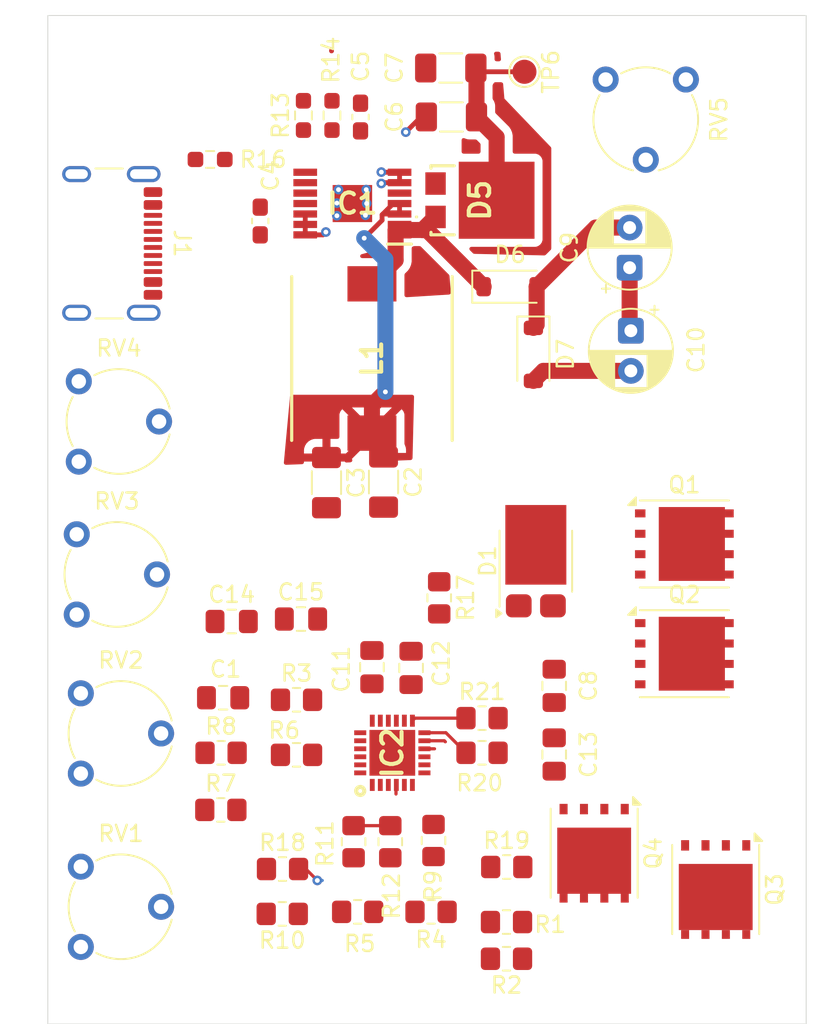
<source format=kicad_pcb>
(kicad_pcb (version 20241229) (generator "pcbnew") (generator_version "9.0")
  (layers (0 "F.Cu" signal) (4 "In1.Cu" power) (6 "In2.Cu" power) (2 "B.Cu" signal) (13 "F.Paste" user) (15 "B.Paste" user) (5 "F.SilkS" user "F.Silkscreen") (7 "B.SilkS" user "B.Silkscreen") (1 "F.Mask" user) (3 "B.Mask" user) (25 "Edge.Cuts" user))
  (net 0 "")
  (net 1 "GND")
  (net 2 "Net-(IC2-VBUS_IN)")
  (net 3 "5 V")
  (net 4 "Net-(IC1-SS)")
  (net 5 "Net-(C5-Pad1)")
  (net 6 "25V")
  (net 7 "Net-(Q1-G)")
  (net 8 "Net-(D6-A)")
  (net 9 "-25V")
  (net 10 "Net-(IC2-VCCD)")
  (net 11 "+3.3V")
  (net 12 "V_out")
  (net 13 "Net-(D1-K)")
  (net 16 "Net-(IC1-FREQ)")
  (net 17 "Net-(IC1-COMP)")
  (net 18 "Net-(IC1-FB)")
  (net 19 "SCL")
  (net 21 "SDA")
  (net 23 "Max")
  (net 24 "Net-(IC2-CC1)")
  (net 25 "Coarse")
  (net 27 "Net-(IC2-SAFE_PWR_EN)")
  (net 30 "Mini")
  (net 31 "Fine")
  (net 33 "Net-(IC2-FLIP)")
  (net 34 "Net-(IC2-CC2)")
  (net 35 "Net-(IC2-VBUS_FET_EN)")
  (net 36 "Net-(Q2-G)")
  (net 37 "Net-(Q2-S-Pad1)")
  (net 38 "Safe_PWR")
  (net 39 "Net-(IC2-FAULT)")
  (net 40 "Net-(D5-A_1)")
  (net 41 "Net-(D2-K)")
  (footprint "Resistor_SMD:R_0805_2012Metric_Pad1.20x1.40mm_HandSolder" (layer "F.Cu") (at 149.86 76.327)
    (property "Reference" "R21" (at 0 -1.65 0) (layer "F.SilkS"))
    (property "Value" "2k2")
    (pad "1" smd roundrect (at -1 0) (size 1.2 1.4) (layers "F.Cu" "F.Mask" "F.Paste") (roundrect_rratio 0.208333) (net 19 "SCL"))
    (pad "2" smd roundrect (at 1 0) (size 1.2 1.4) (layers "F.Cu" "F.Mask" "F.Paste") (roundrect_rratio 0.208333) (net 11 "+3.3V"))
  )
  (footprint "Resistor_SMD:R_0805_2012Metric_Pad1.20x1.40mm_HandSolder" (layer "F.Cu") (at 147.193 68.834 -90)
    (property "Reference" "R17" (at 0 -1.65 90) (layer "F.SilkS"))
    (property "Value" "50k")
    (pad "1" smd roundrect (at -1 0 270) (size 1.2 1.4) (layers "F.Cu" "F.Mask" "F.Paste") (roundrect_rratio 0.208333) (net 13 "Net-(D1-K)"))
    (pad "2" smd roundrect (at 1 0 270) (size 1.2 1.4) (layers "F.Cu" "F.Mask" "F.Paste") (roundrect_rratio 0.208333) (net 7 "Net-(Q1-G)"))
  )
  (footprint "Resistor_SMD:R_0805_2012Metric_Pad1.20x1.40mm_HandSolder" (layer "F.Cu") (at 133.604 78.486)
    (property "Reference" "R8" (at 0 -1.65 0) (layer "F.SilkS"))
    (property "Value" "1k")
    (pad "1" smd roundrect (at -1 0) (size 1.2 1.4) (layers "F.Cu" "F.Mask" "F.Paste") (roundrect_rratio 0.208333) (net 1 "GND"))
    (pad "2" smd roundrect (at 1 0) (size 1.2 1.4) (layers "F.Cu" "F.Mask" "F.Paste") (roundrect_rratio 0.208333) (net 30 "Mini"))
  )
  (footprint "Amjad_lib:SOP65P640X120-15N" (layer "F.Cu") (at 141.78385 44.2758 180)
    (property "Reference" "IC1" (at 0 0 0) (layer "F.SilkS") (effects (font (size 1.27 1.27) (thickness 0.254))))
    (property "Value" "TPS61175QPWPRQ1" (hide yes))
    (pad "1" smd rect (at -2.938 -1.95 270) (size 0.45 1.475) (layers "F.Cu" "F.Mask" "F.Paste") (net 40 "Net-(D5-A_1)"))
    (pad "2" smd rect (at -2.938 -1.3 270) (size 0.45 1.475) (layers "F.Cu" "F.Mask" "F.Paste") (net 40 "Net-(D5-A_1)"))
    (pad "3" smd rect (at -2.938 -0.65 270) (size 0.45 1.475) (layers "F.Cu" "F.Mask" "F.Paste") (net 3 "5 V"))
    (pad "4" smd rect (at -2.938 0 270) (size 0.45 1.475) (layers "F.Cu" "F.Mask" "F.Paste") (net 3 "5 V"))
    (pad "5" smd rect (at -2.938 0.65 270) (size 0.45 1.475) (layers "F.Cu" "F.Mask" "F.Paste") (net 4 "Net-(IC1-SS)"))
    (pad "6" smd rect (at -2.938 1.3 270) (size 0.45 1.475) (layers "F.Cu" "F.Mask" "F.Paste") (net 1 "GND"))
    (pad "7" smd rect (at -2.938 1.95 270) (size 0.45 1.475) (layers "F.Cu" "F.Mask" "F.Paste") (net 1 "GND"))
    (pad "8" smd rect (at 2.938 1.95 270) (size 0.45 1.475) (layers "F.Cu" "F.Mask" "F.Paste") (net 17 "Net-(IC1-COMP)"))
    (pad "9" smd rect (at 2.938 1.3 270) (size 0.45 1.475) (layers "F.Cu" "F.Mask" "F.Paste") (net 18 "Net-(IC1-FB)"))
    (pad "10" smd rect (at 2.938 0.65 270) (size 0.45 1.475) (layers "F.Cu" "F.Mask" "F.Paste") (net 16 "Net-(IC1-FREQ)"))
    (pad "11" smd rect (at 2.938 0 270) (size 0.45 1.475) (layers "F.Cu" "F.Mask" "F.Paste"))
    (pad "12" smd rect (at 2.938 -0.65 270) (size 0.45 1.475) (layers "F.Cu" "F.Mask" "F.Paste") (net 1 "GND"))
    (pad "13" smd rect (at 2.938 -1.3 270) (size 0.45 1.475) (layers "F.Cu" "F.Mask" "F.Paste") (net 1 "GND"))
    (pad "14" smd rect (at 2.938 -1.95 270) (size 0.45 1.475) (layers "F.Cu" "F.Mask" "F.Paste") (net 1 "GND"))
    (pad "15" smd rect (at 0 0 270) (size 2.31 2.46) (layers "F.Cu" "F.Mask" "F.Paste") (net 1 "GND"))
  )
  (footprint "Resistor_SMD:R_0805_2012Metric_Pad1.20x1.40mm_HandSolder" (layer "F.Cu") (at 151.4 85.598)
    (property "Reference" "R19" (at 0 -1.65 0) (layer "F.SilkS"))
    (property "Value" "1k")
    (pad "1" smd roundrect (at -1 0) (size 1.2 1.4) (layers "F.Cu" "F.Mask" "F.Paste") (roundrect_rratio 0.208333) (net 39 "Net-(IC2-FAULT)"))
    (pad "2" smd roundrect (at 1 0) (size 1.2 1.4) (layers "F.Cu" "F.Mask" "F.Paste") (roundrect_rratio 0.208333) (net 41 "Net-(D2-K)"))
  )
  (footprint "Amjad_lib:INDPM102100X510N_Spule" (layer "F.Cu") (at 143.002 53.926 90)
    (property "Reference" "L1" (at 0 0 90) (layer "F.SilkS") (effects (font (size 1.27 1.27) (thickness 0.254))))
    (property "Value" "CDRH105RNP-220NC" (hide yes))
    (pad "1" smd rect (at -4.65 0 90) (size 2.2 3.05) (layers "F.Cu" "F.Mask" "F.Paste") (net 3 "5 V"))
    (pad "2" smd rect (at 4.65 0 90) (size 2.2 3.05) (layers "F.Cu" "F.Mask" "F.Paste") (net 40 "Net-(D5-A_1)"))
  )
  (footprint "Capacitor_THT:CP_Radial_D5.0mm_P2.50mm" (layer "F.Cu") (at 159.131 52.197 -90)
    (property "Reference" "C10" (at 1.1938 -4.064 90) (layer "F.SilkS"))
    (property "Value" "100n")
    (pad "1" thru_hole roundrect (at 0 0 270) (size 1.6 1.6) (drill 0.8) (layers "*.Cu" "*.Mask") (roundrect_rratio 0.15625) (net 40 "Net-(D5-A_1)"))
    (pad "2" thru_hole circle (at 2.5 0 270) (size 1.6 1.6) (drill 0.8) (layers "*.Cu" "*.Mask") (net 9 "-25V"))
  )
  (footprint "Potentiometer_THT:Potentiometer_Piher_PT-6-V_Vertical" (layer "F.Cu") (at 124.7394 60.3504)
    (property "Reference" "RV4" (at 2.5 -7.06 0) (layer "F.SilkS"))
    (property "Value" "R_Potentiometer")
    (pad "1" thru_hole circle (at 0 0) (size 1.62 1.62) (drill 0.9) (layers "*.Cu" "*.Mask") (net 11 "+3.3V"))
    (pad "2" thru_hole circle (at 5 -2.5) (size 1.62 1.62) (drill 0.9) (layers "*.Cu" "*.Mask") (net 30 "Mini"))
    (pad "3" thru_hole circle (at 0 -5) (size 1.62 1.62) (drill 0.9) (layers "*.Cu" "*.Mask") (net 1 "GND"))
  )
  (footprint "TestPoint:TestPoint_Pad_D1.5mm" (layer "F.Cu") (at 152.5016 36.068 -90)
    (property "Reference" "TP6" (at 0 -1.648 90) (layer "F.SilkS"))
    (property "Value" "TestPoint")
    (pad "1" smd circle (at 0 0 270) (size 1.5 1.5) (layers "F.Cu" "F.Mask") (net 6 "25V"))
  )
  (footprint "Resistor_SMD:R_0603_1608Metric_Pad0.98x0.95mm_HandSolder" (layer "F.Cu") (at 140.5128 38.788 90)
    (property "Reference" "R14" (at 3.4525 -0.06 90) (layer "F.SilkS"))
    (property "Value" "1k")
    (pad "1" smd roundrect (at -0.9125 0 90) (size 0.975 0.95) (layers "F.Cu" "F.Mask" "F.Paste") (net 17 "Net-(IC1-COMP)"))
    (pad "2" smd roundrect (at 0.9125 0 90) (size 0.975 0.95) (layers "F.Cu" "F.Mask" "F.Paste") (net 5 "Net-(C5-Pad1)"))
  )
  (footprint "Package_TO_SOT_SMD:Nexperia_CFP15_SOT-1289" (layer "F.Cu") (at 153.2128 66.552 90)
    (property "Reference" "D1" (at 0 -3 90) (layer "F.SilkS"))
    (property "Value" "PMEG030V050EPD")
    (pad "1" smd roundrect (at -2.78 -1.065 270) (size 1.44 1.6) (layers "F.Cu" "F.Mask" "F.Paste") (net 7 "Net-(Q1-G)"))
    (pad "2" smd roundrect (at -2.78 1.065 270) (size 1.44 1.6) (layers "F.Cu" "F.Mask" "F.Paste") (net 7 "Net-(Q1-G)"))
    (pad "3" smd rect (at 1.02 0 270) (size 4.96 3.8) (layers "F.Cu" "F.Mask") (net 13 "Net-(D1-K)"))
  )
  (footprint "Resistor_SMD:R_0805_2012Metric_Pad1.20x1.40mm_HandSolder" (layer "F.Cu") (at 141.859 84.0232 -90)
    (property "Reference" "R11" (at 0.127 1.778 90) (layer "F.SilkS"))
    (property "Value" "1k")
    (pad "1" smd roundrect (at -1 0 270) (size 1.2 1.4) (layers "F.Cu" "F.Mask" "F.Paste") (roundrect_rratio 0.208333) (net 23 "Max"))
    (pad "2" smd roundrect (at 1 0 270) (size 1.2 1.4) (layers "F.Cu" "F.Mask" "F.Paste") (roundrect_rratio 0.208333) (net 11 "+3.3V"))
  )
  (footprint "Resistor_SMD:R_0805_2012Metric_Pad1.20x1.40mm_HandSolder" (layer "F.Cu") (at 138.303 78.613)
    (property "Reference" "R6" (at -0.762 -1.524 0) (layer "F.SilkS"))
    (property "Value" "1k")
    (pad "1" smd roundrect (at -1 0) (size 1.2 1.4) (layers "F.Cu" "F.Mask" "F.Paste") (roundrect_rratio 0.208333) (net 7 "Net-(Q1-G)"))
    (pad "2" smd roundrect (at 1 0) (size 1.2 1.4) (layers "F.Cu" "F.Mask" "F.Paste") (roundrect_rratio 0.208333) (net 35 "Net-(IC2-VBUS_FET_EN)"))
  )
  (footprint "Resistor_SMD:R_0603_1608Metric_Pad0.98x0.95mm_HandSolder" (layer "F.Cu") (at 132.9201 41.529)
    (property "Reference" "R16" (at 3.302 0 0) (layer "F.SilkS"))
    (property "Value" "10K")
    (pad "1" smd roundrect (at -0.9125 0) (size 0.975 0.95) (layers "F.Cu" "F.Mask" "F.Paste") (net 18 "Net-(IC1-FB)"))
    (pad "2" smd roundrect (at 0.9125 0) (size 0.975 0.95) (layers "F.Cu" "F.Mask" "F.Paste") (net 1 "GND"))
  )
  (footprint "Capacitor_SMD:C_1206_3216Metric_Pad1.33x1.80mm_HandSolder" (layer "F.Cu") (at 140.168448 61.658633 -90)
    (property "Reference" "C3" (at 0 -1.85 90) (layer "F.SilkS"))
    (property "Value" "4u7")
    (pad "1" smd roundrect (at -1.5625 0 270) (size 1.325 1.8) (layers "F.Cu" "F.Mask" "F.Paste") (roundrect_rratio 0.188679) (net 3 "5 V"))
    (pad "2" smd roundrect (at 1.5625 0 270) (size 1.325 1.8) (layers "F.Cu" "F.Mask" "F.Paste") (roundrect_rratio 0.188679) (net 1 "GND"))
  )
  (footprint "Capacitor_SMD:C_0805_2012Metric_Pad1.18x1.45mm_HandSolder" (layer "F.Cu") (at 145.4404 73.1989 90)
    (property "Reference" "C12" (at 0.2755 1.8796 90) (layer "F.SilkS"))
    (property "Value" "1u")
    (pad "1" smd roundrect (at -1.0375 0 90) (size 1.175 1.45) (layers "F.Cu" "F.Mask" "F.Paste") (roundrect_rratio 0.212766) (net 11 "+3.3V"))
    (pad "2" smd roundrect (at 1.0375 0 90) (size 1.175 1.45) (layers "F.Cu" "F.Mask" "F.Paste") (roundrect_rratio 0.212766) (net 1 "GND"))
  )
  (footprint "Resistor_SMD:R_0805_2012Metric_Pad1.20x1.40mm_HandSolder" (layer "F.Cu") (at 142.113 88.392)
    (property "Reference" "R5" (at 0.127 1.9812 0) (layer "F.SilkS"))
    (property "Value" "1k")
    (pad "1" smd roundrect (at -1 0) (size 1.2 1.4) (layers "F.Cu" "F.Mask" "F.Paste") (roundrect_rratio 0.208333) (net 1 "GND"))
    (pad "2" smd roundrect (at 1 0) (size 1.2 1.4) (layers "F.Cu" "F.Mask" "F.Paste") (roundrect_rratio 0.208333) (net 31 "Fine"))
  )
  (footprint "Capacitor_SMD:C_0805_2012Metric_Pad1.18x1.45mm_HandSolder" (layer "F.Cu") (at 138.5824 70.1548)
    (property "Reference" "C15" (at 0 -1.68 0) (layer "F.SilkS"))
    (property "Value" "0.1u")
    (pad "1" smd roundrect (at -1.0375 0) (size 1.175 1.45) (layers "F.Cu" "F.Mask" "F.Paste") (roundrect_rratio 0.212766) (net 11 "+3.3V"))
    (pad "2" smd roundrect (at 1.0375 0) (size 1.175 1.45) (layers "F.Cu" "F.Mask" "F.Paste") (roundrect_rratio 0.212766) (net 1 "GND"))
  )
  (footprint "Package_DFN_QFN:AO_DFN-8-1EP_5.55x5.2mm_P1.27mm_EP4.12x4.6mm" (layer "F.Cu") (at 162.4652 65.4788)
    (property "Reference" "Q1" (at 0 -3.68 0) (layer "F.SilkS"))
    (property "Value" "AON6411")
    (pad "1" smd rect (at -2.75 -1.905 270) (size 0.5 0.65) (layers "F.Cu" "F.Mask" "F.Paste") (net 13 "Net-(D1-K)"))
    (pad "2" smd rect (at -2.75 -0.635 270) (size 0.5 0.65) (layers "F.Cu" "F.Mask" "F.Paste") (net 13 "Net-(D1-K)"))
    (pad "3" smd rect (at -2.75 0.635 270) (size 0.5 0.65) (layers "F.Cu" "F.Mask" "F.Paste") (net 13 "Net-(D1-K)"))
    (pad "4" smd rect (at -2.75 1.905 270) (size 0.5 0.65) (layers "F.Cu" "F.Mask" "F.Paste") (net 7 "Net-(Q1-G)"))
    (pad "5" smd rect (at 0.465 0 270) (size 4.6 4.12) (layers "F.Cu" "F.Mask") (net 2 "Net-(IC2-VBUS_IN)"))
    (pad "5" smd rect (at 2.8 -1.905 270) (size 0.5 0.55) (layers "F.Cu" "F.Mask" "F.Paste") (net 2 "Net-(IC2-VBUS_IN)"))
    (pad "5" smd rect (at 2.8 -0.635 270) (size 0.5 0.55) (layers "F.Cu" "F.Mask" "F.Paste") (net 2 "Net-(IC2-VBUS_IN)"))
    (pad "5" smd rect (at 2.8 0.635 270) (size 0.5 0.55) (layers "F.Cu" "F.Mask" "F.Paste") (net 2 "Net-(IC2-VBUS_IN)"))
    (pad "5" smd rect (at 2.8 1.905 270) (size 0.5 0.55) (layers "F.Cu" "F.Mask" "F.Paste") (net 2 "Net-(IC2-VBUS_IN)"))
  )
  (footprint "Capacitor_SMD:C_1206_3216Metric_Pad1.33x1.80mm_HandSolder" (layer "F.Cu") (at 147.9139 35.8339 180)
    (property "Reference" "C7" (at 3.5175 0 90) (layer "F.SilkS"))
    (property "Value" "4u7")
    (pad "1" smd roundrect (at -1.5625 0 180) (size 1.325 1.8) (layers "F.Cu" "F.Mask" "F.Paste") (roundrect_rratio 0.188679) (net 6 "25V"))
    (pad "2" smd roundrect (at 1.5625 0 180) (size 1.325 1.8) (layers "F.Cu" "F.Mask" "F.Paste") (roundrect_rratio 0.188679) (net 1 "GND"))
  )
  (footprint "Resistor_SMD:R_0805_2012Metric_Pad1.20x1.40mm_HandSolder" (layer "F.Cu") (at 151.384 89.027)
    (property "Reference" "R1" (at 2.7178 0.1524 0) (layer "F.SilkS"))
    (property "Value" "1k")
    (pad "1" smd roundrect (at -1 0) (size 1.2 1.4) (layers "F.Cu" "F.Mask" "F.Paste") (roundrect_rratio 0.208333) (net 25 "Coarse"))
    (pad "2" smd roundrect (at 1 0) (size 1.2 1.4) (layers "F.Cu" "F.Mask" "F.Paste") (roundrect_rratio 0.208333) (net 11 "+3.3V"))
  )
  (footprint "Package_DFN_QFN:AO_DFN-8-1EP_5.55x5.2mm_P1.27mm_EP4.12x4.6mm" (layer "F.Cu") (at 156.845 84.7412 -90)
    (property "Reference" "Q4" (at 0 -3.68 90) (layer "F.SilkS"))
    (property "Value" "AON6411")
    (pad "1" smd rect (at -2.75 -1.905 180) (size 0.5 0.65) (layers "F.Cu" "F.Mask" "F.Paste") (net 13 "Net-(D1-K)"))
    (pad "2" smd rect (at -2.75 -0.635 180) (size 0.5 0.65) (layers "F.Cu" "F.Mask" "F.Paste") (net 13 "Net-(D1-K)"))
    (pad "3" smd rect (at -2.75 0.635 180) (size 0.5 0.65) (layers "F.Cu" "F.Mask" "F.Paste") (net 13 "Net-(D1-K)"))
    (pad "4" smd rect (at -2.75 1.905 180) (size 0.5 0.65) (layers "F.Cu" "F.Mask" "F.Paste") (net 7 "Net-(Q1-G)"))
    (pad "5" smd rect (at 0.465 0 180) (size 4.6 4.12) (layers "F.Cu" "F.Mask") (net 12 "V_out"))
    (pad "5" smd rect (at 2.8 -1.905 180) (size 0.5 0.55) (layers "F.Cu" "F.Mask" "F.Paste") (net 12 "V_out"))
    (pad "5" smd rect (at 2.8 -0.635 180) (size 0.5 0.55) (layers "F.Cu" "F.Mask" "F.Paste") (net 12 "V_out"))
    (pad "5" smd rect (at 2.8 0.635 180) (size 0.5 0.55) (layers "F.Cu" "F.Mask" "F.Paste") (net 12 "V_out"))
    (pad "5" smd rect (at 2.8 1.905 180) (size 0.5 0.55) (layers "F.Cu" "F.Mask" "F.Paste") (net 12 "V_out"))
  )
  (footprint "Resistor_SMD:R_0805_2012Metric_Pad1.20x1.40mm_HandSolder" (layer "F.Cu") (at 137.43 85.725)
    (property "Reference" "R18" (at 0 -1.65 0) (layer "F.SilkS"))
    (property "Value" "1k")
    (pad "1" smd roundrect (at -1 0) (size 1.2 1.4) (layers "F.Cu" "F.Mask" "F.Paste") (roundrect_rratio 0.208333) (net 36 "Net-(Q2-G)"))
    (pad "2" smd roundrect (at 1 0) (size 1.2 1.4) (layers "F.Cu" "F.Mask" "F.Paste") (roundrect_rratio 0.208333) (net 27 "Net-(IC2-SAFE_PWR_EN)"))
  )
  (footprint "Capacitor_SMD:C_0805_2012Metric_Pad1.18x1.45mm_HandSolder" (layer "F.Cu") (at 134.2644 70.3072)
    (property "Reference" "C14" (at 0 -1.68 0) (layer "F.SilkS"))
    (property "Value" "0.1u")
    (pad "1" smd roundrect (at -1.0375 0) (size 1.175 1.45) (layers "F.Cu" "F.Mask" "F.Paste") (roundrect_rratio 0.212766) (net 11 "+3.3V"))
    (pad "2" smd roundrect (at 1.0375 0) (size 1.175 1.45) (layers "F.Cu" "F.Mask" "F.Paste") (roundrect_rratio 0.212766) (net 1 "GND"))
  )
  (footprint "Capacitor_SMD:C_0805_2012Metric_Pad1.18x1.45mm_HandSolder" (layer "F.Cu") (at 154.3558 74.3165 -90)
    (property "Reference" "C8" (at 0 -2.1336 90) (layer "F.SilkS"))
    (property "Value" "1u")
    (pad "1" smd roundrect (at -1.0375 0 270) (size 1.175 1.45) (layers "F.Cu" "F.Mask" "F.Paste") (roundrect_rratio 0.212766) (net 2 "Net-(IC2-VBUS_IN)"))
    (pad "2" smd roundrect (at 1.0375 0 270) (size 1.175 1.45) (layers "F.Cu" "F.Mask" "F.Paste") (roundrect_rratio 0.212766) (net 7 "Net-(Q1-G)"))
  )
  (footprint "Capacitor_SMD:C_1206_3216Metric_Pad1.33x1.80mm_HandSolder" (layer "F.Cu") (at 143.724448 61.620133 -90)
    (property "Reference" "C2" (at 0 -1.85 90) (layer "F.SilkS"))
    (property "Value" "4u7")
    (pad "1" smd roundrect (at -1.5625 0 270) (size 1.325 1.8) (layers "F.Cu" "F.Mask" "F.Paste") (roundrect_rratio 0.188679) (net 3 "5 V"))
    (pad "2" smd roundrect (at 1.5625 0 270) (size 1.325 1.8) (layers "F.Cu" "F.Mask" "F.Paste") (roundrect_rratio 0.188679) (net 1 "GND"))
  )
  (footprint "Resistor_SMD:R_0805_2012Metric_Pad1.20x1.40mm_HandSolder" (layer "F.Cu") (at 151.384 91.313 180)
    (property "Reference" "R2" (at 0 -1.65 0) (layer "F.SilkS"))
    (property "Value" "1k")
    (pad "1" smd roundrect (at -1 0 180) (size 1.2 1.4) (layers "F.Cu" "F.Mask" "F.Paste") (roundrect_rratio 0.208333) (net 1 "GND"))
    (pad "2" smd roundrect (at 1 0 180) (size 1.2 1.4) (layers "F.Cu" "F.Mask" "F.Paste") (roundrect_rratio 0.208333) (net 25 "Coarse"))
  )
  (footprint "Resistor_SMD:R_0805_2012Metric_Pad1.20x1.40mm_HandSolder" (layer "F.Cu") (at 144.145 84.0232 90)
    (property "Reference" "R12" (at -3.3782 0.0762 90) (layer "F.SilkS"))
    (property "Value" "1k")
    (pad "1" smd roundrect (at -1 0 90) (size 1.2 1.4) (layers "F.Cu" "F.Mask" "F.Paste") (roundrect_rratio 0.208333) (net 1 "GND"))
    (pad "2" smd roundrect (at 1 0 90) (size 1.2 1.4) (layers "F.Cu" "F.Mask" "F.Paste") (roundrect_rratio 0.208333) (net 23 "Max"))
  )
  (footprint "Capacitor_THT:CP_Radial_D5.0mm_P2.50mm" (layer "F.Cu") (at 159.0548 48.271313 90)
    (property "Reference" "C9" (at 1.25 -3.75 90) (layer "F.SilkS"))
    (property "Value" "100n")
    (pad "1" thru_hole roundrect (at 0 0 90) (size 1.6 1.6) (drill 0.8) (layers "*.Cu" "*.Mask") (roundrect_rratio 0.15625) (net 40 "Net-(D5-A_1)"))
    (pad "2" thru_hole circle (at 2.5 0 90) (size 1.6 1.6) (drill 0.8) (layers "*.Cu" "*.Mask") (net 8 "Net-(D6-A)"))
  )
  (footprint "Capacitor_SMD:C_0603_1608Metric_Pad1.08x0.95mm_HandSolder" (layer "F.Cu") (at 136.0424 45.3633 90)
    (property "Reference" "C4" (at 2.8205 0.635 90) (layer "F.SilkS"))
    (property "Value" "100n")
    (pad "1" smd roundrect (at -0.8625 0 90) (size 1.075 0.95) (layers "F.Cu" "F.Mask" "F.Paste") (net 4 "Net-(IC1-SS)"))
    (pad "2" smd roundrect (at 0.8625 0 90) (size 1.075 0.95) (layers "F.Cu" "F.Mask" "F.Paste") (net 1 "GND"))
  )
  (footprint "Capacitor_SMD:C_1206_3216Metric_Pad1.33x1.80mm_HandSolder" (layer "F.Cu") (at 147.9524 38.8819 180)
    (property "Reference" "C6" (at 3.556 0 90) (layer "F.SilkS"))
    (property "Value" "4u7")
    (pad "1" smd roundrect (at -1.5625 0 180) (size 1.325 1.8) (layers "F.Cu" "F.Mask" "F.Paste") (roundrect_rratio 0.188679) (net 6 "25V"))
    (pad "2" smd roundrect (at 1.5625 0 180) (size 1.325 1.8) (layers "F.Cu" "F.Mask" "F.Paste") (roundrect_rratio 0.188679) (net 1 "GND"))
  )
  (footprint "Resistor_SMD:R_0805_2012Metric_Pad1.20x1.40mm_HandSolder" (layer "F.Cu") (at 149.86 78.486)
    (property "Reference" "R20" (at -0.1524 1.8796 0) (layer "F.SilkS"))
    (property "Value" "2k2")
    (pad "1" smd roundrect (at -1 0) (size 1.2 1.4) (layers "F.Cu" "F.Mask" "F.Paste") (roundrect_rratio 0.208333) (net 21 "SDA"))
    (pad "2" smd roundrect (at 1 0) (size 1.2 1.4) (layers "F.Cu" "F.Mask" "F.Paste") (roundrect_rratio 0.208333) (net 11 "+3.3V"))
  )
  (footprint "Capacitor_SMD:C_0603_1608Metric_Pad1.08x0.95mm_HandSolder" (layer "F.Cu") (at 142.2908 38.8885 -90)
    (property "Reference" "C5" (at -3.1485 0 90) (layer "F.SilkS"))
    (property "Value" "1n")
    (pad "1" smd roundrect (at -0.8625 0 270) (size 1.075 0.95) (layers "F.Cu" "F.Mask" "F.Paste") (net 5 "Net-(C5-Pad1)"))
    (pad "2" smd roundrect (at 0.8625 0 270) (size 1.075 0.95) (layers "F.Cu" "F.Mask" "F.Paste") (net 1 "GND"))
  )
  (footprint "Amjad_lib:CYPD3177-24LQXQT" (layer "F.Cu") (at 144.272 78.486 90)
    (property "Reference" "IC2" (at 0 0 90) (layer "F.SilkS") (effects (font (size 1.27 1.27) (thickness 0.254))))
    (property "Value" "CYPD3177-24LQXQT" (hide yes))
    (pad "1" smd rect (at -2 -1.25 180) (size 0.3 0.75) (layers "F.Cu" "F.Mask" "F.Paste") (net 30 "Mini"))
    (pad "2" smd rect (at -2 -0.75 180) (size 0.3 0.75) (layers "F.Cu" "F.Mask" "F.Paste") (net 23 "Max"))
    (pad "3" smd rect (at -2 -0.25 180) (size 0.3 0.75) (layers "F.Cu" "F.Mask" "F.Paste") (net 35 "Net-(IC2-VBUS_FET_EN)"))
    (pad "4" smd rect (at -2 0.25 180) (size 0.3 0.75) (layers "F.Cu" "F.Mask" "F.Paste") (net 27 "Net-(IC2-SAFE_PWR_EN)"))
    (pad "5" smd rect (at -2 0.75 180) (size 0.3 0.75) (layers "F.Cu" "F.Mask" "F.Paste") (net 25 "Coarse"))
    (pad "6" smd rect (at -2 1.25 180) (size 0.3 0.75) (layers "F.Cu" "F.Mask" "F.Paste") (net 31 "Fine"))
    (pad "7" smd rect (at -1.25 2 90) (size 0.3 0.75) (layers "F.Cu" "F.Mask" "F.Paste"))
    (pad "8" smd rect (at -0.75 2 90) (size 0.3 0.75) (layers "F.Cu" "F.Mask" "F.Paste"))
    (pad "9" smd rect (at -0.25 2 90) (size 0.3 0.75) (layers "F.Cu" "F.Mask" "F.Paste") (net 39 "Net-(IC2-FAULT)"))
    (pad "10" smd rect (at 0.25 2 90) (size 0.3 0.75) (layers "F.Cu" "F.Mask" "F.Paste") (net 33 "Net-(IC2-FLIP)"))
    (pad "11" smd rect (at 0.75 2 90) (size 0.3 0.75) (layers "F.Cu" "F.Mask" "F.Paste") (net 12 "V_out"))
    (pad "12" smd rect (at 1.25 2 90) (size 0.3 0.75) (layers "F.Cu" "F.Mask" "F.Paste") (net 21 "SDA"))
    (pad "13" smd rect (at 2 1.25 180) (size 0.3 0.75) (layers "F.Cu" "F.Mask" "F.Paste") (net 19 "SCL"))
    (pad "14" smd rect (at 2 0.75 180) (size 0.3 0.75) (layers "F.Cu" "F.Mask" "F.Paste") (net 34 "Net-(IC2-CC2)"))
    (pad "15" smd rect (at 2 0.25 180) (size 0.3 0.75) (layers "F.Cu" "F.Mask" "F.Paste") (net 24 "Net-(IC2-CC1)"))
    (pad "16" smd rect (at 2 -0.25 180) (size 0.3 0.75) (layers "F.Cu" "F.Mask" "F.Paste"))
    (pad "17" smd rect (at 2 -0.75 180) (size 0.3 0.75) (layers "F.Cu" "F.Mask" "F.Paste"))
    (pad "18" smd rect (at 2 -1.25 180) (size 0.3 0.75) (layers "F.Cu" "F.Mask" "F.Paste") (net 2 "Net-(IC2-VBUS_IN)"))
    (pad "19" smd rect (at 1.25 -2 90) (size 0.3 0.75) (layers "F.Cu" "F.Mask" "F.Paste") (net 1 "GND"))
    (pad "20" smd rect (at 0.75 -2 90) (size 0.3 0.75) (layers "F.Cu" "F.Mask" "F.Paste"))
    (pad "21" smd rect (at 0.25 -2 90) (size 0.3 0.75) (layers "F.Cu" "F.Mask" "F.Paste"))
    (pad "22" smd rect (at -0.25 -2 90) (size 0.3 0.75) (layers "F.Cu" "F.Mask" "F.Paste") (net 1 "GND"))
    (pad "23" smd rect (at -0.75 -2 90) (size 0.3 0.75) (layers "F.Cu" "F.Mask" "F.Paste") (net 11 "+3.3V"))
    (pad "24" smd rect (at -1.25 -2 90) (size 0.3 0.75) (layers "F.Cu" "F.Mask" "F.Paste") (net 10 "Net-(IC2-VCCD)"))
    (pad "25" smd rect (at 0 0 90) (size 2.85 2.85) (layers "F.Cu" "F.Mask" "F.Paste") (net 1 "GND"))
  )
  (footprint "Capacitor_SMD:C_0805_2012Metric_Pad1.18x1.45mm_HandSolder" (layer "F.Cu") (at 154.3558 78.5915 90)
    (property "Reference" "C13" (at 0 2.1336 90) (layer "F.SilkS"))
    (property "Value" "1u")
    (pad "1" smd roundrect (at -1.0375 0 90) (size 1.175 1.45) (layers "F.Cu" "F.Mask" "F.Paste") (roundrect_rratio 0.212766) (net 12 "V_out"))
    (pad "2" smd roundrect (at 1.0375 0 90) (size 1.175 1.45) (layers "F.Cu" "F.Mask" "F.Paste") (roundrect_rratio 0.212766) (net 7 "Net-(Q1-G)"))
  )
  (footprint "Resistor_SMD:R_0805_2012Metric_Pad1.20x1.40mm_HandSolder" (layer "F.Cu") (at 146.8374 83.947 90)
    (property "Reference" "R9" (at -2.8194 -0.0254 90) (layer "F.SilkS"))
    (property "Value" "4k7")
    (pad "1" smd roundrect (at -1 0 90) (size 1.2 1.4) (layers "F.Cu" "F.Mask" "F.Paste") (roundrect_rratio 0.208333) (net 11 "+3.3V"))
    (pad "2" smd roundrect (at 1 0 90) (size 1.2 1.4) (layers "F.Cu" "F.Mask" "F.Paste") (roundrect_rratio 0.208333) (net 33 "Net-(IC2-FLIP)"))
  )
  (footprint "Capacitor_SMD:C_0805_2012Metric_Pad1.18x1.45mm_HandSolder" (layer "F.Cu") (at 133.731 75.057 180)
    (property "Reference" "C1" (at -0.1485 1.778 0) (layer "F.SilkS"))
    (property "Value" "3u3")
    (pad "1" smd roundrect (at -1.0375 0 180) (size 1.175 1.45) (layers "F.Cu" "F.Mask" "F.Paste") (roundrect_rratio 0.212766) (net 2 "Net-(IC2-VBUS_IN)"))
    (pad "2" smd roundrect (at 1.0375 0 180) (size 1.175 1.45) (layers "F.Cu" "F.Mask" "F.Paste") (roundrect_rratio 0.212766) (net 1 "GND"))
  )
  (footprint "Connector_USB:USB_C_Receptacle_GCT_USB4105-xx-A_16P_TopMnt_Horizontal" (layer "F.Cu") (at 125.6792 46.7614 -90)
    (property "Reference" "J1" (at 0 -5.5 270) (layer "F.SilkS"))
    (property "Value" "USB4216-03-A")
    (pad "" np_thru_hole circle (at -2.89 -2.605 270) (size 0.65 0.65) (drill 0.65) (layers "F&B.Cu" "*.Mask"))
    (pad "" np_thru_hole circle (at 2.89 -2.605 270) (size 0.65 0.65) (drill 0.65) (layers "F&B.Cu" "*.Mask"))
    (pad "A1" smd roundrect (at -3.2 -3.68 270) (size 0.6 1.15) (layers "F.Cu" "F.Mask" "F.Paste") (net 1 "GND"))
    (pad "A4" smd roundrect (at -2.4 -3.68 270) (size 0.6 1.15) (layers "F.Cu" "F.Mask" "F.Paste") (net 2 "Net-(IC2-VBUS_IN)"))
    (pad "A5" smd roundrect (at -1.25 -3.68 270) (size 0.3 1.15) (layers "F.Cu" "F.Mask" "F.Paste") (net 34 "Net-(IC2-CC2)"))
    (pad "A6" smd roundrect (at -0.25 -3.68 270) (size 0.3 1.15) (layers "F.Cu" "F.Mask" "F.Paste"))
    (pad "A7" smd roundrect (at 0.25 -3.68 270) (size 0.3 1.15) (layers "F.Cu" "F.Mask" "F.Paste"))
    (pad "A8" smd roundrect (at 1.25 -3.68 270) (size 0.3 1.15) (layers "F.Cu" "F.Mask" "F.Paste"))
    (pad "A9" smd roundrect (at 2.4 -3.68 270) (size 0.6 1.15) (layers "F.Cu" "F.Mask" "F.Paste"))
    (pad "A12" smd roundrect (at 3.2 -3.68 270) (size 0.6 1.15) (layers "F.Cu" "F.Mask" "F.Paste"))
    (pad "B1" smd roundrect (at 3.2 -3.68 270) (size 0.6 1.15) (layers "F.Cu" "F.Mask" "F.Paste") (net 1 "GND"))
    (pad "B4" smd roundrect (at 2.4 -3.68 270) (size 0.6 1.15) (layers "F.Cu" "F.Mask" "F.Paste") (net 2 "Net-(IC2-VBUS_IN)"))
    (pad "B5" smd roundrect (at 1.75 -3.68 270) (size 0.3 1.15) (layers "F.Cu" "F.Mask" "F.Paste") (net 24 "Net-(IC2-CC1)"))
    (pad "B6" smd roundrect (at 0.75 -3.68 270) (size 0.3 1.15) (layers "F.Cu" "F.Mask" "F.Paste"))
    (pad "B7" smd roundrect (at -0.75 -3.68 270) (size 0.3 1.15) (layers "F.Cu" "F.Mask" "F.Paste"))
    (pad "B8" smd roundrect (at -1.75 -3.68 270) (size 0.3 1.15) (layers "F.Cu" "F.Mask" "F.Paste"))
    (pad "B9" smd roundrect (at -2.4 -3.68 270) (size 0.6 1.15) (layers "F.Cu" "F.Mask" "F.Paste"))
    (pad "B12" smd roundrect (at -3.2 -3.68 270) (size 0.6 1.15) (layers "F.Cu" "F.Mask" "F.Paste"))
    (pad "S1" thru_hole oval (at -4.32 -3.105 270) (size 1 2.1) (drill oval 0.6 1.7) (property pad_prop_heatsink) (layers "*.Cu" "*.Mask" "F.Paste"))
    (pad "S1" thru_hole oval (at -4.32 1.075 270) (size 1 1.8) (drill oval 0.6 1.4) (property pad_prop_heatsink) (layers "*.Cu" "*.Mask" "F.Paste"))
    (pad "S1" thru_hole oval (at 4.32 -3.105 270) (size 1 2.1) (drill oval 0.6 1.7) (property pad_prop_heatsink) (layers "*.Cu" "*.Mask" "F.Paste"))
    (pad "S1" thru_hole oval (at 4.32 1.075 270) (size 1 1.8) (drill oval 0.6 1.4) (property pad_prop_heatsink) (layers "*.Cu" "*.Mask" "F.Paste"))
  )
  (footprint "Resistor_SMD:R_0805_2012Metric_Pad1.20x1.40mm_HandSolder" (layer "F.Cu") (at 137.414 88.519 180)
    (property "Reference" "R10" (at 0 -1.65 0) (layer "F.SilkS"))
    (property "Value" "50k")
    (pad "1" smd roundrect (at -1 0 180) (size 1.2 1.4) (layers "F.Cu" "F.Mask" "F.Paste") (roundrect_rratio 0.208333) (net 2 "Net-(IC2-VBUS_IN)"))
    (pad "2" smd roundrect (at 1 0 180) (size 1.2 1.4) (layers "F.Cu" "F.Mask" "F.Paste") (roundrect_rratio 0.208333) (net 36 "Net-(Q2-G)"))
  )
  (footprint "Resistor_SMD:R_0805_2012Metric_Pad1.20x1.40mm_HandSolder" (layer "F.Cu") (at 133.588 82.042 180)
    (property "Reference" "R7" (at 0 1.651 0) (layer "F.SilkS"))
    (property "Value" "1k")
    (pad "1" smd roundrect (at -1 0 180) (size 1.2 1.4) (layers "F.Cu" "F.Mask" "F.Paste") (roundrect_rratio 0.208333) (net 30 "Mini"))
    (pad "2" smd roundrect (at 1 0 180) (size 1.2 1.4) (layers "F.Cu" "F.Mask" "F.Paste") (roundrect_rratio 0.208333) (net 11 "+3.3V"))
  )
  (footprint "Package_DFN_QFN:AO_DFN-8-1EP_5.55x5.2mm_P1.27mm_EP4.12x4.6mm" (layer "F.Cu") (at 164.4166 87.001 -90)
    (property "Reference" "Q3" (at 0 -3.68 90) (layer "F.SilkS"))
    (property "Value" "AON6411")
    (pad "1" smd rect (at -2.75 -1.905 180) (size 0.5 0.65) (layers "F.Cu" "F.Mask" "F.Paste") (net 37 "Net-(Q2-S-Pad1)"))
    (pad "2" smd rect (at -2.75 -0.635 180) (size 0.5 0.65) (layers "F.Cu" "F.Mask" "F.Paste") (net 37 "Net-(Q2-S-Pad1)"))
    (pad "3" smd rect (at -2.75 0.635 180) (size 0.5 0.65) (layers "F.Cu" "F.Mask" "F.Paste") (net 37 "Net-(Q2-S-Pad1)"))
    (pad "4" smd rect (at -2.75 1.905 180) (size 0.5 0.65) (layers "F.Cu" "F.Mask" "F.Paste") (net 36 "Net-(Q2-G)"))
    (pad "5" smd rect (at 0.465 0 180) (size 4.6 4.12) (layers "F.Cu" "F.Mask") (net 38 "Safe_PWR"))
    (pad "5" smd rect (at 2.8 -1.905 180) (size 0.5 0.55) (layers "F.Cu" "F.Mask" "F.Paste") (net 38 "Safe_PWR"))
    (pad "5" smd rect (at 2.8 -0.635 180) (size 0.5 0.55) (layers "F.Cu" "F.Mask" "F.Paste") (net 38 "Safe_PWR"))
    (pad "5" smd rect (at 2.8 0.635 180) (size 0.5 0.55) (layers "F.Cu" "F.Mask" "F.Paste") (net 38 "Safe_PWR"))
    (pad "5" smd rect (at 2.8 1.905 180) (size 0.5 0.55) (layers "F.Cu" "F.Mask" "F.Paste") (net 38 "Safe_PWR"))
  )
  (footprint "Potentiometer_THT:Potentiometer_Piher_PT-6-V_Vertical" (layer "F.Cu") (at 124.6124 69.8754)
    (property "Reference" "RV3" (at 2.5 -7.06 0) (layer "F.SilkS"))
    (property "Value" "R_Potentiometer")
    (pad "1" thru_hole circle (at 0 0) (size 1.62 1.62) (drill 0.9) (layers "*.Cu" "*.Mask") (net 11 "+3.3V"))
    (pad "2" thru_hole circle (at 5 -2.5) (size 1.62 1.62) (drill 0.9) (layers "*.Cu" "*.Mask") (net 23 "Max"))
    (pad "3" thru_hole circle (at 0 -5) (size 1.62 1.62) (drill 0.9) (layers "*.Cu" "*.Mask") (net 1 "GND"))
  )
  (footprint "Potentiometer_THT:Potentiometer_Piher_PT-6-V_Vertical" (layer "F.Cu") (at 124.8664 90.5764)
    (property "Reference" "RV1" (at 2.5 -7.06 0) (layer "F.SilkS"))
    (property "Value" "R_Potentiometer")
    (pad "1" thru_hole circle (at 0 0) (size 1.62 1.62) (drill 0.9) (layers "*.Cu" "*.Mask") (net 11 "+3.3V"))
    (pad "2" thru_hole circle (at 5 -2.5) (size 1.62 1.62) (drill 0.9) (layers "*.Cu" "*.Mask") (net 25 "Coarse"))
    (pad "3" thru_hole circle (at 0 -5) (size 1.62 1.62) (drill 0.9) (layers "*.Cu" "*.Mask") (net 1 "GND"))
  )
  (footprint "Resistor_SMD:R_0805_2012Metric_Pad1.20x1.40mm_HandSolder" (layer "F.Cu") (at 138.303 75.184)
    (property "Reference" "R3" (at 0 -1.65 0) (layer "F.SilkS"))
    (property "Value" "10k")
    (pad "1" smd roundrect (at -1 0) (size 1.2 1.4) (layers "F.Cu" "F.Mask" "F.Paste") (roundrect_rratio 0.208333) (net 2 "Net-(IC2-VBUS_IN)"))
    (pad "2" smd roundrect (at 1 0) (size 1.2 1.4) (layers "F.Cu" "F.Mask" "F.Paste") (roundrect_rratio 0.208333) (net 7 "Net-(Q1-G)"))
  )
  (footprint "Resistor_SMD:R_0805_2012Metric_Pad1.20x1.40mm_HandSolder" (layer "F.Cu") (at 146.685 88.392)
    (property "Reference" "R4" (at 0 1.7272 0) (layer "F.SilkS"))
    (property "Value" "1k")
    (pad "1" smd roundrect (at -1 0) (size 1.2 1.4) (layers "F.Cu" "F.Mask" "F.Paste") (roundrect_rratio 0.208333) (net 31 "Fine"))
    (pad "2" smd roundrect (at 1 0) (size 1.2 1.4) (layers "F.Cu" "F.Mask" "F.Paste") (roundrect_rratio 0.208333) (net 11 "+3.3V"))
  )
  (footprint "Potentiometer_THT:Potentiometer_Piher_PT-6-V_Vertical" (layer "F.Cu") (at 157.56 36.5506 -90)
    (property "Reference" "RV5" (at 2.5 -7.06 90) (layer "F.SilkS"))
    (property "Value" "R_Potentiometer")
    (pad "1" thru_hole circle (at 0 0 270) (size 1.62 1.62) (drill 0.9) (layers "*.Cu" "*.Mask") (net 6 "25V"))
    (pad "2" thru_hole circle (at 5 -2.5 270) (size 1.62 1.62) (drill 0.9) (layers "*.Cu" "*.Mask") (net 18 "Net-(IC1-FB)"))
    (pad "3" thru_hole circle (at 0 -5 270) (size 1.62 1.62) (drill 0.9) (layers "*.Cu" "*.Mask") (net 1 "GND"))
  )
  (footprint "Diode_SMD:D_SOD-123" (layer "F.Cu") (at 153.0604 53.6702 -90)
    (property "Reference" "D7" (at 0 -2 90) (layer "F.SilkS"))
    (property "Value" "MBR0520")
    (pad "1" smd roundrect (at -1.65 0 270) (size 0.9 1.2) (layers "F.Cu" "F.Mask" "F.Paste") (net 8 "Net-(D6-A)"))
    (pad "2" smd roundrect (at 1.65 0 270) (size 0.9 1.2) (layers "F.Cu" "F.Mask" "F.Paste") (net 9 "-25V"))
  )
  (footprint "Diode_SMD:D_SOD-123" (layer "F.Cu") (at 151.6116 49.4538)
    (property "Reference" "D6" (at 0 -2 0) (layer "F.SilkS"))
    (property "Value" "MBR0520")
    (pad "1" smd roundrect (at -1.65 0) (size 0.9 1.2) (layers "F.Cu" "F.Mask" "F.Paste") (net 40 "Net-(D5-A_1)"))
    (pad "2" smd roundrect (at 1.65 0) (size 0.9 1.2) (layers "F.Cu" "F.Mask" "F.Paste") (net 8 "Net-(D6-A)"))
  )
  (footprint "Potentiometer_THT:Potentiometer_Piher_PT-6-V_Vertical" (layer "F.Cu") (at 124.8664 79.7814)
    (property "Reference" "RV2" (at 2.5 -7.06 0) (layer "F.SilkS"))
    (property "Value" "R_Potentiometer")
    (pad "1" thru_hole circle (at 0 0) (size 1.62 1.62) (drill 0.9) (layers "*.Cu" "*.Mask") (net 11 "+3.3V"))
    (pad "2" thru_hole circle (at 5 -2.5) (size 1.62 1.62) (drill 0.9) (layers "*.Cu" "*.Mask") (net 31 "Fine"))
    (pad "3" thru_hole circle (at 0 -5) (size 1.62 1.62) (drill 0.9) (layers "*.Cu" "*.Mask") (net 1 "GND"))
  )
  (footprint "Resistor_SMD:R_0603_1608Metric_Pad0.98x0.95mm_HandSolder" (layer "F.Cu") (at 138.7348 38.788 90)
    (property "Reference" "R13" (at 0 -1.43 90) (layer "F.SilkS"))
    (property "Value" "51k")
    (pad "1" smd roundrect (at -0.9125 0 90) (size 0.975 0.95) (layers "F.Cu" "F.Mask" "F.Paste") (net 16 "Net-(IC1-FREQ)"))
    (pad "2" smd roundrect (at 0.9125 0 90) (size 0.975 0.95) (layers "F.Cu" "F.Mask" "F.Paste") (net 1 "GND"))
  )
  (footprint "Capacitor_SMD:C_0805_2012Metric_Pad1.18x1.45mm_HandSolder" (layer "F.Cu") (at 143.002 73.152 90)
    (property "Reference" "C11" (at -0.127 -1.905 90) (layer "F.SilkS"))
    (property "Value" "1u")
    (pad "1" smd roundrect (at -1.0375 0 90) (size 1.175 1.45) (layers "F.Cu" "F.Mask" "F.Paste") (roundrect_rratio 0.212766) (net 10 "Net-(IC2-VCCD)"))
    (pad "2" smd roundrect (at 1.0375 0 90) (size 1.175 1.45) (layers "F.Cu" "F.Mask" "F.Paste") (roundrect_rratio 0.212766) (net 1 "GND"))
  )
  (footprint "Amjad_lib:SS3P6LE386A" (layer "F.Cu") (at 149.7294 44.0704 -90)
    (property "Reference" "D5" (at 0 0 90) (layer "F.SilkS") (effects (font (size 1.27 1.27) (thickness 0.254))))
    (property "Value" "SS3P6L-E3_86A" (hide yes))
    (pad "1" smd rect (at 1.04 2.765) (size 1.27 1.4) (layers "F.Cu" "F.Mask" "F.Paste") (net 40 "Net-(D5-A_1)"))
    (pad "2" smd rect (at -1.04 2.765) (size 1.27 1.4) (layers "F.Cu" "F.Mask" "F.Paste"))
    (pad "3" smd rect (at 0 -1.04) (size 4.72 4.8) (layers "F.Cu" "F.Mask" "F.Paste") (net 6 "25V"))
  )
  (footprint "Package_DFN_QFN:AO_DFN-8-1EP_5.55x5.2mm_P1.27mm_EP4.12x4.6mm" (layer "F.Cu") (at 162.4652 72.3138)
    (property "Reference" "Q2" (at 0 -3.68 0) (layer "F.SilkS"))
    (property "Value" "AON6411")
    (pad "1" smd rect (at -2.75 -1.905 270) (size 0.5 0.65) (layers "F.Cu" "F.Mask" "F.Paste") (net 37 "Net-(Q2-S-Pad1)"))
    (pad "2" smd rect (at -2.75 -0.635 270) (size 0.5 0.65) (layers "F.Cu" "F.Mask" "F.Paste") (net 37 "Net-(Q2-S-Pad1)"))
    (pad "3" smd rect (at -2.75 0.635 270) (size 0.5 0.65) (layers "F.Cu" "F.Mask" "F.Paste") (net 37 "Net-(Q2-S-Pad1)"))
    (pad "4" smd rect (at -2.75 1.905 270) (size 0.5 0.65) (layers "F.Cu" "F.Mask" "F.Paste") (net 36 "Net-(Q2-G)"))
    (pad "5" smd rect (at 0.465 0 270) (size 4.6 4.12) (layers "F.Cu" "F.Mask") (net 2 "Net-(IC2-VBUS_IN)"))
    (pad "5" smd rect (at 2.8 -1.905 270) (size 0.5 0.55) (layers "F.Cu" "F.Mask" "F.Paste") (net 2 "Net-(IC2-VBUS_IN)"))
    (pad "5" smd rect (at 2.8 -0.635 270) (size 0.5 0.55) (layers "F.Cu" "F.Mask" "F.Paste") (net 2 "Net-(IC2-VBUS_IN)"))
    (pad "5" smd rect (at 2.8 0.635 270) (size 0.5 0.55) (layers "F.Cu" "F.Mask" "F.Paste") (net 2 "Net-(IC2-VBUS_IN)"))
    (pad "5" smd rect (at 2.8 1.905 270) (size 0.5 0.55) (layers "F.Cu" "F.Mask" "F.Paste") (net 2 "Net-(IC2-VBUS_IN)"))
  )
  (gr_rect (start 122.809 32.5628) (end 170.053 95.377) (stroke (width 0.05)) (fill no) (layer "Edge.Cuts"))
  (segment (start 141.8626 44.2758) (end 142.5956 45.0088) (width 0.3) (layer "F.Cu") (net 1))
  (segment (start 139.9562 46.2258) (end 140.1318 46.0502) (width 0.3) (layer "F.Cu") (net 1))
  (segment (start 146.0555 38.8819) (end 145.1102 39.8272) (width 0.3) (layer "F.Cu") (net 1))
  (segment (start 141.78385 44.2758) (end 142.6682 44.2758) (width 0.3) (layer "F.Cu") (net 1))
  (segment (start 141.78385 44.2758) (end 141.78385 44.27115) (width 0.3) (layer "F.Cu") (net 1))
  (segment (start 143.5956 42.3258) (end 143.5862 42.3164) (width 0.3) (layer "F.Cu") (net 1))
  (segment (start 141.576 44.2758) (end 140.8176 45.0342) (width 0.3) (layer "F.Cu") (net 1))
  (segment (start 143.638 42.9758) (end 143.5862 43.0276) (width 0.3) (layer "F.Cu") (net 1))
  (segment (start 141.78385 44.27325) (end 140.9192 43.4086) (width 0.3) (layer "F.Cu") (net 1))
  (segment (start 146.3514 35.8339) (end 146.3514 36.3) (width 0.3) (layer "F.Cu") (net 1))
  (segment (start 141.78385 44.2758) (end 141.576 44.2758) (width 0.3) (layer "F.Cu") (net 1))
  (segment (start 144.72185 42.9758) (end 143.638 42.9758) (width 0.3) (layer "F.Cu") (net 1))
  (segment (start 144.72185 42.9758) (end 144.72185 42.3258) (width 0.3) (layer "F.Cu") (net 1))
  (segment (start 146.3899 38.8819) (end 146.0555 38.8819) (width 0.3) (layer "F.Cu") (net 1))
  (segment (start 140.484748 34.769633) (end 140.484748 34.744548) (width 0.3) (layer "F.Cu") (net 1))
  (segment (start 141.78385 44.2758) (end 141.8626 44.2758) (width 0.3) (layer "F.Cu") (net 1))
  (segment (start 141.78385 44.2758) (end 140.8466 44.2758) (width 0.3) (layer "F.Cu") (net 1))
  (segment (start 141.78385 44.27115) (end 142.6464 43.4086) (width 0.3) (layer "F.Cu") (net 1))
  (segment (start 140.8466 44.2758) (end 140.8176 44.2468) (width 0.3) (layer "F.Cu") (net 1))
  (segment (start 138.84585 44.9258) (end 138.84585 46.2258) (width 0.3) (layer "F.Cu") (net 1))
  (segment (start 144.72185 42.3258) (end 143.5956 42.3258) (width 0.3) (layer "F.Cu") (net 1))
  (segment (start 142.6682 44.2758) (end 142.6718 44.2722) (width 0.3) (layer "F.Cu") (net 1))
  (segment (start 141.78385 44.2758) (end 141.78385 44.27325) (width 0.3) (layer "F.Cu") (net 1))
  (segment (start 138.84585 46.2258) (end 139.9562 46.2258) (width 0.3) (layer "F.Cu") (net 1))
  (via (at 142.6464 43.4086) (size 0.6) (drill 0.3) (layers "F.Cu" "B.Cu") (net 1))
  (via (at 142.6718 44.2722) (size 0.6) (drill 0.3) (layers "F.Cu" "B.Cu") (net 1))
  (via (at 143.5862 43.0276) (size 0.6) (drill 0.3) (layers "F.Cu" "B.Cu") (net 1))
  (via (at 140.8176 45.0342) (size 0.6) (drill 0.3) (layers "F.Cu" "B.Cu") (net 1))
  (via (at 140.1318 46.0502) (size 0.6) (drill 0.3) (layers "F.Cu" "B.Cu") (net 1))
  (via (at 143.5862 42.3164) (size 0.6) (drill 0.3) (layers "F.Cu" "B.Cu") (net 1))
  (via (at 140.9192 43.4086) (size 0.6) (drill 0.3) (layers "F.Cu" "B.Cu") (net 1))
  (via (at 142.5956 45.0088) (size 0.6) (drill 0.3) (layers "F.Cu" "B.Cu") (net 1))
  (via (at 145.1102 39.8272) (size 0.6) (drill 0.3) (layers "F.Cu" "B.Cu") (net 1))
  (via (at 140.8176 44.2468) (size 0.6) (drill 0.3) (layers "F.Cu" "B.Cu") (net 1))
  (segment (start 144.72185 44.2758) (end 144.72185 44.9258) (width 0.3) (layer "F.Cu") (net 3))
  (segment (start 143.63335 44.9768) (end 143.63335 45.31725) (width 0.3) (layer "F.Cu") (net 3))
  (segment (start 143.68435 44.9258) (end 143.63335 44.9768) (width 0.3) (layer "F.Cu") (net 3))
  (segment (start 143.002 58.576) (end 143.002 56.8452) (width 1) (layer "F.Cu") (net 3))
  (segment (start 144.72185 44.9258) (end 143.68435 44.9258) (width 0.3) (layer "F.Cu") (net 3))
  (segment (start 144.33435 44.2758) (end 143.68435 44.9258) (width 0.3) (layer "F.Cu") (net 3))
  (segment (start 143.63335 45.31725) (end 142.5194 46.4312) (width 0.3) (layer "F.Cu") (net 3))
  (segment (start 143.002 56.8452) (end 143.8402 56.007) (width 1) (layer "F.Cu") (net 3))
  (segment (start 144.72185 44.2758) (end 144.33435 44.2758) (width 0.3) (layer "F.Cu") (net 3))
  (via (at 143.8402 56.007) (size 0.6) (drill 0.3) (layers "F.Cu" "B.Cu") (net 3))
  (via (at 142.5194 46.4312) (size 0.6) (drill 0.3) (layers "F.Cu" "B.Cu") (net 3))
  (segment (start 143.8402 47.752) (end 142.5194 46.4312) (width 1) (layer "B.Cu") (net 3))
  (segment (start 143.8402 56.007) (end 143.8402 47.752) (width 1) (layer "B.Cu") (net 3))
  (segment (start 150.7694 44.0704) (end 150.7694 40.1364) (width 1) (layer "F.Cu") (net 6))
  (segment (start 152.5016 36.068) (end 149.7105 36.068) (width 0.3) (layer "F.Cu") (net 6))
  (segment (start 149.5149 38.8819) (end 149.5149 35.8724) (width 1) (layer "F.Cu") (net 6))
  (segment (start 149.7105 36.068) (end 149.4764 35.8339) (width 0.3) (layer "F.Cu") (net 6))
  (segment (start 149.5149 35.8724) (end 149.4764 35.8339) (width 1) (layer "F.Cu") (net 6))
  (segment (start 150.7694 40.1364) (end 149.5149 38.8819) (width 1) (layer "F.Cu") (net 6))
  (segment (start 153.2616 51.819) (end 153.0604 52.0202) (width 1) (layer "F.Cu") (net 8))
  (segment (start 159.0548 45.771313) (end 156.944087 45.771313) (width 1) (layer "F.Cu") (net 8))
  (segment (start 153.2616 49.4538) (end 153.2616 51.819) (width 1) (layer "F.Cu") (net 8))
  (segment (start 156.944087 45.771313) (end 153.2616 49.4538) (width 1) (layer "F.Cu") (net 8))
  (segment (start 159.131 54.697) (end 153.6836 54.697) (width 1) (layer "F.Cu") (net 9))
  (segment (start 153.6836 54.697) (end 153.0604 55.3202) (width 1) (layer "F.Cu") (net 9))
  (segment (start 147.574 77.8002) (end 147.5098 77.736) (width 0.2) (layer "F.Cu") (net 12))
  (segment (start 147.5098 77.736) (end 146.272 77.736) (width 0.2) (layer "F.Cu") (net 12))
  (segment (start 148.86 76.327) (end 145.681 76.327) (width 0.2) (layer "F.Cu") (net 19))
  (segment (start 145.681 76.327) (end 145.522 76.486) (width 0.2) (layer "F.Cu") (net 19))
  (segment (start 147.61 77.236) (end 146.272 77.236) (width 0.2) (layer "F.Cu") (net 21))
  (segment (start 148.86 78.486) (end 147.61 77.236) (width 0.2) (layer "F.Cu") (net 21))
  (segment (start 141.859 83.0232) (end 144.145 83.0232) (width 0.2) (layer "F.Cu") (net 23))
  (segment (start 138.8872 85.725) (end 139.5984 86.4362) (width 0.2) (layer "F.Cu") (net 27))
  (segment (start 138.43 85.725) (end 138.8872 85.725) (width 0.2) (layer "F.Cu") (net 27))
  (segment (start 144.5006 80.5074) (end 144.522 80.486) (width 0.2) (layer "F.Cu") (net 27))
  (segment (start 144.5006 81.0514) (end 144.5006 80.5074) (width 0.2) (layer "F.Cu") (net 27))
  (via (at 139.5984 86.4362) (size 0.6) (drill 0.3) (layers "F.Cu" "B.Cu") (net 27))
  (segment (start 139.9032 86.4362) (end 139.5984 86.4362) (width 0.2) (layer "B.Cu") (net 27))
  (segment (start 146.272 78.236) (end 146.899 78.236) (width 0.2) (layer "F.Cu") (net 33))
  (segment (start 146.9644 45.1104) (end 146.1516 45.9232) (width 1) (layer "F.Cu") (net 40))
  (segment (start 146.1516 45.9232) (end 144.4752 45.9232) (width 1) (layer "F.Cu") (net 40))
  (segment (start 146.1516 45.9232) (end 146.431 45.9232) (width 1) (layer "F.Cu") (net 40))
  (segment (start 159.0548 52.1208) (end 159.131 52.197) (width 1) (layer "F.Cu") (net 40))
  (segment (start 146.431 45.9232) (end 149.9616 49.4538) (width 1) (layer "F.Cu") (net 40))
  (segment (start 144.4752 47.8028) (end 143.002 49.276) (width 1) (layer "F.Cu") (net 40))
  (segment (start 144.4752 45.9232) (end 144.4752 47.8028) (width 1) (layer "F.Cu") (net 40))
  (segment (start 159.0548 48.271313) (end 159.0548 52.1208) (width 1) (layer "F.Cu") (net 40))
  (zone (net 3) (net_name "5 V") (layer "F.Cu") (priority 2) (connect_pads (clearance 0.5)) (min_thickness 0.25) (fill yes (thermal_gap 0.5) (thermal_bridge_width 0.5) (island_removal_mode 1) (island_area_min 10))
    (polygon (pts (xy 145.629448 56.133733) (xy 145.527848 60.248533) (xy 137.501448 60.553333) (xy 137.907848 56.184533) (xy 145.629448 56.184533)))
  )
  (zone (net 0) (net_name "") (layer "F.Cu") (priority 5) (connect_pads yes (clearance 0.5)) (min_thickness 0.25) (fill yes (thermal_gap 0.5) (thermal_bridge_width 0.5) (island_removal_mode 1) (island_area_min 10))
    (polygon (pts (xy 147.6248 45.8216) (xy 147.574 45.72) (xy 147.9296 49.9364) (xy 141.4272 50.3428) (xy 141.3764 47.7012) (xy 143.9672 46.99) (xy 143.9672 45.3644) (xy 146.4056 45.3644) (xy 146.4056 44.3484) (xy 147.6248 44.3992) (xy 147.6248 45.9232)))
  )
  (zone (net 3) (net_name "5 V") (layer "F.Cu") (priority 1) (connect_pads yes (clearance 0.5)) (min_thickness 0.25) (fill yes (thermal_gap 0.5) (thermal_bridge_width 0.5) (island_removal_mode 1) (island_area_min 10))
    (polygon (pts (xy 151.0004 34.8179) (xy 148.5874 34.8179) (xy 148.5874 47.3909) (xy 154.1754 47.5179) (xy 154.1754 40.7869) (xy 151.2544 37.7389)))
  )
)
</source>
